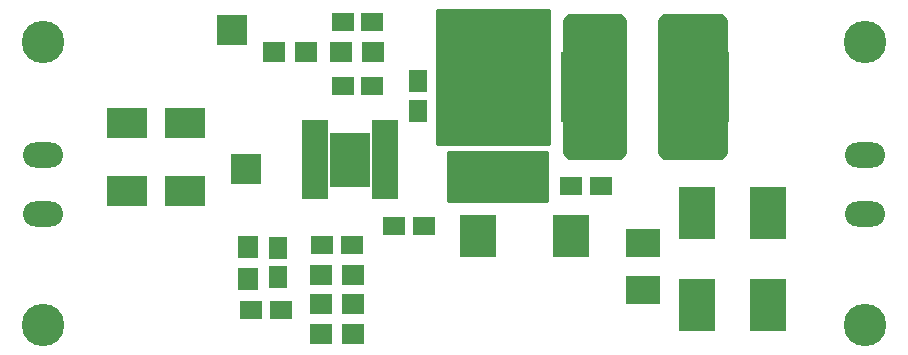
<source format=gts>
G04 #@! TF.FileFunction,Soldermask,Top*
%FSLAX46Y46*%
G04 Gerber Fmt 4.6, Leading zero omitted, Abs format (unit mm)*
G04 Created by KiCad (PCBNEW 0.201602020917+6532~42~ubuntu15.04.1-product) date Fri 12 Feb 2016 04:20:17 PM EST*
%MOMM*%
G01*
G04 APERTURE LIST*
%ADD10C,0.100000*%
%ADD11C,3.600000*%
%ADD12R,4.250000X5.900000*%
%ADD13R,1.900000X1.650000*%
%ADD14R,3.400000X2.600000*%
%ADD15R,1.650000X1.900000*%
%ADD16R,2.900000X2.400000*%
%ADD17R,3.100020X4.400500*%
%ADD18R,2.051000X3.448000*%
%ADD19R,6.496000X6.496000*%
%ADD20O,3.400000X2.150000*%
%ADD21R,1.900000X1.700000*%
%ADD22R,1.700000X1.900000*%
%ADD23R,3.100000X3.600000*%
%ADD24R,2.180000X0.820000*%
%ADD25R,3.400000X4.600000*%
%ADD26R,2.635200X2.635200*%
%ADD27C,0.254000*%
G04 APERTURE END LIST*
D10*
D11*
X35600000Y-89800000D03*
X35600000Y-65800000D03*
X105200000Y-89800000D03*
D12*
X81600000Y-69600000D03*
X91550000Y-69600000D03*
D13*
X61750000Y-83000000D03*
X59250000Y-83000000D03*
X67850000Y-81400000D03*
X65350000Y-81400000D03*
D14*
X47625000Y-72665000D03*
X47625000Y-78465000D03*
D15*
X55500000Y-83250000D03*
X55500000Y-85750000D03*
D13*
X60980000Y-64135000D03*
X63480000Y-64135000D03*
X53250000Y-88500000D03*
X55750000Y-88500000D03*
D14*
X42705000Y-72665000D03*
X42705000Y-78465000D03*
D13*
X61000000Y-69500000D03*
X63500000Y-69500000D03*
D15*
X67400000Y-69150000D03*
X67400000Y-71650000D03*
D13*
X80350000Y-78000000D03*
X82850000Y-78000000D03*
D16*
X86400000Y-82800000D03*
X86400000Y-86800000D03*
D17*
X91000000Y-88088740D03*
X91000000Y-80311260D03*
D18*
X71314000Y-77150000D03*
D19*
X73600000Y-70800000D03*
D18*
X75886000Y-77150000D03*
D20*
X105200000Y-75400000D03*
X105200000Y-80400000D03*
X35600000Y-75400000D03*
X35600000Y-80400000D03*
D21*
X55165000Y-66675000D03*
X57865000Y-66675000D03*
X60880000Y-66675000D03*
X63580000Y-66675000D03*
X59150000Y-85500000D03*
X61850000Y-85500000D03*
D22*
X53000000Y-83150000D03*
X53000000Y-85850000D03*
D23*
X80350000Y-82200000D03*
X72450000Y-82200000D03*
D21*
X61850000Y-90500000D03*
X59150000Y-90500000D03*
X59150000Y-88000000D03*
X61850000Y-88000000D03*
D24*
X64605000Y-72875000D03*
X58665000Y-72875000D03*
X64605000Y-73525000D03*
X58665000Y-73525000D03*
X64605000Y-74175000D03*
X58665000Y-74175000D03*
X64605000Y-74825000D03*
X58665000Y-74825000D03*
X64605000Y-75475000D03*
X58665000Y-75475000D03*
X64605000Y-76125000D03*
X58665000Y-76125000D03*
X64605000Y-76775000D03*
X58665000Y-76775000D03*
X64605000Y-77425000D03*
X58665000Y-77425000D03*
X64605000Y-78075000D03*
X58665000Y-78075000D03*
X64605000Y-78725000D03*
X58665000Y-78725000D03*
D25*
X61635000Y-75800000D03*
D26*
X51600000Y-64800000D03*
X52800000Y-76600000D03*
D17*
X97000000Y-88088740D03*
X97000000Y-80311260D03*
D11*
X105200000Y-65800000D03*
D27*
G36*
X78473000Y-74473000D02*
X68927000Y-74473000D01*
X68927000Y-63127000D01*
X78473000Y-63127000D01*
X78473000Y-74473000D01*
X78473000Y-74473000D01*
G37*
X78473000Y-74473000D02*
X68927000Y-74473000D01*
X68927000Y-63127000D01*
X78473000Y-63127000D01*
X78473000Y-74473000D01*
G36*
X84873000Y-63952606D02*
X84873000Y-75247394D01*
X84447394Y-75673000D01*
X80152606Y-75673000D01*
X79727000Y-75247394D01*
X79727000Y-63952606D01*
X80152606Y-63527000D01*
X84447394Y-63527000D01*
X84873000Y-63952606D01*
X84873000Y-63952606D01*
G37*
X84873000Y-63952606D02*
X84873000Y-75247394D01*
X84447394Y-75673000D01*
X80152606Y-75673000D01*
X79727000Y-75247394D01*
X79727000Y-63952606D01*
X80152606Y-63527000D01*
X84447394Y-63527000D01*
X84873000Y-63952606D01*
G36*
X93473000Y-63952606D02*
X93473000Y-75247394D01*
X93047394Y-75673000D01*
X88152606Y-75673000D01*
X87727000Y-75247394D01*
X87727000Y-63952606D01*
X88152606Y-63527000D01*
X93047394Y-63527000D01*
X93473000Y-63952606D01*
X93473000Y-63952606D01*
G37*
X93473000Y-63952606D02*
X93473000Y-75247394D01*
X93047394Y-75673000D01*
X88152606Y-75673000D01*
X87727000Y-75247394D01*
X87727000Y-63952606D01*
X88152606Y-63527000D01*
X93047394Y-63527000D01*
X93473000Y-63952606D01*
G36*
X78273000Y-79273000D02*
X69927000Y-79273000D01*
X69927000Y-75127000D01*
X78273000Y-75127000D01*
X78273000Y-79273000D01*
X78273000Y-79273000D01*
G37*
X78273000Y-79273000D02*
X69927000Y-79273000D01*
X69927000Y-75127000D01*
X78273000Y-75127000D01*
X78273000Y-79273000D01*
M02*

</source>
